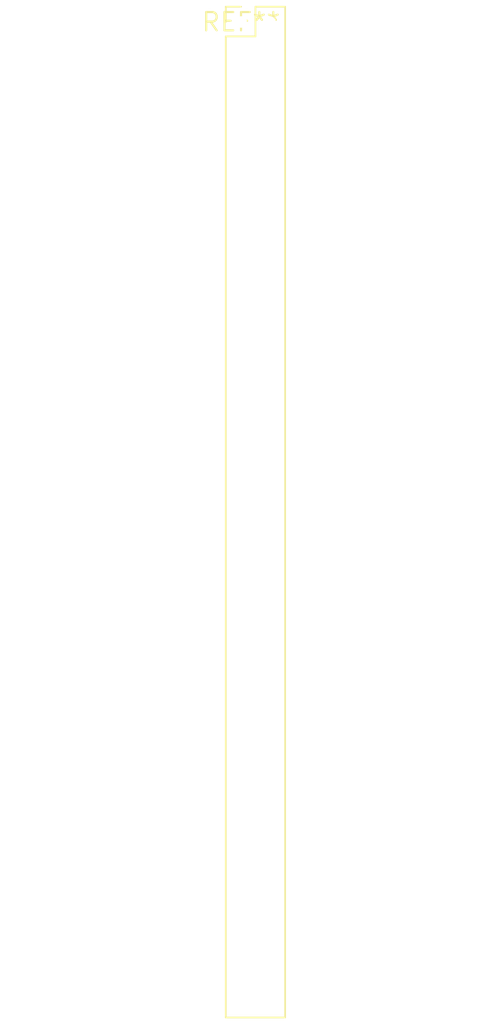
<source format=kicad_pcb>
(kicad_pcb (version 20240108) (generator pcbnew)
  (layers (0 "F.Cu" signal) (31 "B.Cu" signal) (34 "B.Paste" user) (35 "F.Paste" user) (36 "B.SilkS" user "B.Silkscreen") (37 "F.SilkS" user "F.Silkscreen") (38 "B.Mask" user) (39 "F.Mask" user) (44 "Edge.Cuts" user))
  (net 0 "")
  (footprint "PinHeader_2x35_P2.00mm_Vertical" (layer "F.Cu") (at 0 0)
    (property "Reference" "REF**")
    (property "Value" "PinHeader_2x35_P2.00mm_Vertical")
    (fp_line (start -1.06 -1.06) (end 0 -1.06) (layer "F.SilkS") (stroke (width 0.12)))
    (fp_line (start -1.06 0) (end -1.06 -1.06) (layer "F.SilkS") (stroke (width 0.12)))
    (fp_line (start -1.06 1) (end -1.06 69.06) (layer "F.SilkS") (stroke (width 0.12)))
    (fp_line (start -1.06 1) (end 1 1) (layer "F.SilkS") (stroke (width 0.12)))
    (fp_line (start -1.06 69.06) (end 3.06 69.06) (layer "F.SilkS") (stroke (width 0.12)))
    (fp_line (start 1 -1.06) (end 3.06 -1.06) (layer "F.SilkS") (stroke (width 0.12)))
    (fp_line (start 1 1) (end 1 -1.06) (layer "F.SilkS") (stroke (width 0.12)))
    (fp_line (start 3.06 -1.06) (end 3.06 69.06) (layer "F.SilkS") (stroke (width 0.12)))
    (pad "1" thru_hole rect (at 0 0) (size 1.35 1.35) (drill 0.8) (layers *.Cu *.Mask) (remove_unused_layers))
    (pad "2" thru_hole oval (at 2 0) (size 1.35 1.35) (drill 0.8) (layers *.Cu *.Mask) (remove_unused_layers))
    (pad "3" thru_hole oval (at 0 2) (size 1.35 1.35) (drill 0.8) (layers *.Cu *.Mask) (remove_unused_layers))
    (pad "4" thru_hole oval (at 2 2) (size 1.35 1.35) (drill 0.8) (layers *.Cu *.Mask) (remove_unused_layers))
    (pad "5" thru_hole oval (at 0 4) (size 1.35 1.35) (drill 0.8) (layers *.Cu *.Mask) (remove_unused_layers))
    (pad "6" thru_hole oval (at 2 4) (size 1.35 1.35) (drill 0.8) (layers *.Cu *.Mask) (remove_unused_layers))
    (pad "7" thru_hole oval (at 0 6) (size 1.35 1.35) (drill 0.8) (layers *.Cu *.Mask) (remove_unused_layers))
    (pad "8" thru_hole oval (at 2 6) (size 1.35 1.35) (drill 0.8) (layers *.Cu *.Mask) (remove_unused_layers))
    (pad "9" thru_hole oval (at 0 8) (size 1.35 1.35) (drill 0.8) (layers *.Cu *.Mask) (remove_unused_layers))
    (pad "10" thru_hole oval (at 2 8) (size 1.35 1.35) (drill 0.8) (layers *.Cu *.Mask) (remove_unused_layers))
    (pad "11" thru_hole oval (at 0 10) (size 1.35 1.35) (drill 0.8) (layers *.Cu *.Mask) (remove_unused_layers))
    (pad "12" thru_hole oval (at 2 10) (size 1.35 1.35) (drill 0.8) (layers *.Cu *.Mask) (remove_unused_layers))
    (pad "13" thru_hole oval (at 0 12) (size 1.35 1.35) (drill 0.8) (layers *.Cu *.Mask) (remove_unused_layers))
    (pad "14" thru_hole oval (at 2 12) (size 1.35 1.35) (drill 0.8) (layers *.Cu *.Mask) (remove_unused_layers))
    (pad "15" thru_hole oval (at 0 14) (size 1.35 1.35) (drill 0.8) (layers *.Cu *.Mask) (remove_unused_layers))
    (pad "16" thru_hole oval (at 2 14) (size 1.35 1.35) (drill 0.8) (layers *.Cu *.Mask) (remove_unused_layers))
    (pad "17" thru_hole oval (at 0 16) (size 1.35 1.35) (drill 0.8) (layers *.Cu *.Mask) (remove_unused_layers))
    (pad "18" thru_hole oval (at 2 16) (size 1.35 1.35) (drill 0.8) (layers *.Cu *.Mask) (remove_unused_layers))
    (pad "19" thru_hole oval (at 0 18) (size 1.35 1.35) (drill 0.8) (layers *.Cu *.Mask) (remove_unused_layers))
    (pad "20" thru_hole oval (at 2 18) (size 1.35 1.35) (drill 0.8) (layers *.Cu *.Mask) (remove_unused_layers))
    (pad "21" thru_hole oval (at 0 20) (size 1.35 1.35) (drill 0.8) (layers *.Cu *.Mask) (remove_unused_layers))
    (pad "22" thru_hole oval (at 2 20) (size 1.35 1.35) (drill 0.8) (layers *.Cu *.Mask) (remove_unused_layers))
    (pad "23" thru_hole oval (at 0 22) (size 1.35 1.35) (drill 0.8) (layers *.Cu *.Mask) (remove_unused_layers))
    (pad "24" thru_hole oval (at 2 22) (size 1.35 1.35) (drill 0.8) (layers *.Cu *.Mask) (remove_unused_layers))
    (pad "25" thru_hole oval (at 0 24) (size 1.35 1.35) (drill 0.8) (layers *.Cu *.Mask) (remove_unused_layers))
    (pad "26" thru_hole oval (at 2 24) (size 1.35 1.35) (drill 0.8) (layers *.Cu *.Mask) (remove_unused_layers))
    (pad "27" thru_hole oval (at 0 26) (size 1.35 1.35) (drill 0.8) (layers *.Cu *.Mask) (remove_unused_layers))
    (pad "28" thru_hole oval (at 2 26) (size 1.35 1.35) (drill 0.8) (layers *.Cu *.Mask) (remove_unused_layers))
    (pad "29" thru_hole oval (at 0 28) (size 1.35 1.35) (drill 0.8) (layers *.Cu *.Mask) (remove_unused_layers))
    (pad "30" thru_hole oval (at 2 28) (size 1.35 1.35) (drill 0.8) (layers *.Cu *.Mask) (remove_unused_layers))
    (pad "31" thru_hole oval (at 0 30) (size 1.35 1.35) (drill 0.8) (layers *.Cu *.Mask) (remove_unused_layers))
    (pad "32" thru_hole oval (at 2 30) (size 1.35 1.35) (drill 0.8) (layers *.Cu *.Mask) (remove_unused_layers))
    (pad "33" thru_hole oval (at 0 32) (size 1.35 1.35) (drill 0.8) (layers *.Cu *.Mask) (remove_unused_layers))
    (pad "34" thru_hole oval (at 2 32) (size 1.35 1.35) (drill 0.8) (layers *.Cu *.Mask) (remove_unused_layers))
    (pad "35" thru_hole oval (at 0 34) (size 1.35 1.35) (drill 0.8) (layers *.Cu *.Mask) (remove_unused_layers))
    (pad "36" thru_hole oval (at 2 34) (size 1.35 1.35) (drill 0.8) (layers *.Cu *.Mask) (remove_unused_layers))
    (pad "37" thru_hole oval (at 0 36) (size 1.35 1.35) (drill 0.8) (layers *.Cu *.Mask) (remove_unused_layers))
    (pad "38" thru_hole oval (at 2 36) (size 1.35 1.35) (drill 0.8) (layers *.Cu *.Mask) (remove_unused_layers))
    (pad "39" thru_hole oval (at 0 38) (size 1.35 1.35) (drill 0.8) (layers *.Cu *.Mask) (remove_unused_layers))
    (pad "40" thru_hole oval (at 2 38) (size 1.35 1.35) (drill 0.8) (layers *.Cu *.Mask) (remove_unused_layers))
    (pad "41" thru_hole oval (at 0 40) (size 1.35 1.35) (drill 0.8) (layers *.Cu *.Mask) (remove_unused_layers))
    (pad "42" thru_hole oval (at 2 40) (size 1.35 1.35) (drill 0.8) (layers *.Cu *.Mask) (remove_unused_layers))
    (pad "43" thru_hole oval (at 0 42) (size 1.35 1.35) (drill 0.8) (layers *.Cu *.Mask) (remove_unused_layers))
    (pad "44" thru_hole oval (at 2 42) (size 1.35 1.35) (drill 0.8) (layers *.Cu *.Mask) (remove_unused_layers))
    (pad "45" thru_hole oval (at 0 44) (size 1.35 1.35) (drill 0.8) (layers *.Cu *.Mask) (remove_unused_layers))
    (pad "46" thru_hole oval (at 2 44) (size 1.35 1.35) (drill 0.8) (layers *.Cu *.Mask) (remove_unused_layers))
    (pad "47" thru_hole oval (at 0 46) (size 1.35 1.35) (drill 0.8) (layers *.Cu *.Mask) (remove_unused_layers))
    (pad "48" thru_hole oval (at 2 46) (size 1.35 1.35) (drill 0.8) (layers *.Cu *.Mask) (remove_unused_layers))
    (pad "49" thru_hole oval (at 0 48) (size 1.35 1.35) (drill 0.8) (layers *.Cu *.Mask) (remove_unused_layers))
    (pad "50" thru_hole oval (at 2 48) (size 1.35 1.35) (drill 0.8) (layers *.Cu *.Mask) (remove_unused_layers))
    (pad "51" thru_hole oval (at 0 50) (size 1.35 1.35) (drill 0.8) (layers *.Cu *.Mask) (remove_unused_layers))
    (pad "52" thru_hole oval (at 2 50) (size 1.35 1.35) (drill 0.8) (layers *.Cu *.Mask) (remove_unused_layers))
    (pad "53" thru_hole oval (at 0 52) (size 1.35 1.35) (drill 0.8) (layers *.Cu *.Mask) (remove_unused_layers))
    (pad "54" thru_hole oval (at 2 52) (size 1.35 1.35) (drill 0.8) (layers *.Cu *.Mask) (remove_unused_layers))
    (pad "55" thru_hole oval (at 0 54) (size 1.35 1.35) (drill 0.8) (layers *.Cu *.Mask) (remove_unused_layers))
    (pad "56" thru_hole oval (at 2 54) (size 1.35 1.35) (drill 0.8) (layers *.Cu *.Mask) (remove_unused_layers))
    (pad "57" thru_hole oval (at 0 56) (size 1.35 1.35) (drill 0.8) (layers *.Cu *.Mask) (remove_unused_layers))
    (pad "58" thru_hole oval (at 2 56) (size 1.35 1.35) (drill 0.8) (layers *.Cu *.Mask) (remove_unused_layers))
    (pad "59" thru_hole oval (at 0 58) (size 1.35 1.35) (drill 0.8) (layers *.Cu *.Mask) (remove_unused_layers))
    (pad "60" thru_hole oval (at 2 58) (size 1.35 1.35) (drill 0.8) (layers *.Cu *.Mask) (remove_unused_layers))
    (pad "61" thru_hole oval (at 0 60) (size 1.35 1.35) (drill 0.8) (layers *.Cu *.Mask) (remove_unused_layers))
    (pad "62" thru_hole oval (at 2 60) (size 1.35 1.35) (drill 0.8) (layers *.Cu *.Mask) (remove_unused_layers))
    (pad "63" thru_hole oval (at 0 62) (size 1.35 1.35) (drill 0.8) (layers *.Cu *.Mask) (remove_unused_layers))
    (pad "64" thru_hole oval (at 2 62) (size 1.35 1.35) (drill 0.8) (layers *.Cu *.Mask) (remove_unused_layers))
    (pad "65" thru_hole oval (at 0 64) (size 1.35 1.35) (drill 0.8) (layers *.Cu *.Mask) (remove_unused_layers))
    (pad "66" thru_hole oval (at 2 64) (size 1.35 1.35) (drill 0.8) (layers *.Cu *.Mask) (remove_unused_layers))
    (pad "67" thru_hole oval (at 0 66) (size 1.35 1.35) (drill 0.8) (layers *.Cu *.Mask) (remove_unused_layers))
    (pad "68" thru_hole oval (at 2 66) (size 1.35 1.35) (drill 0.8) (layers *.Cu *.Mask) (remove_unused_layers))
    (pad "69" thru_hole oval (at 0 68) (size 1.35 1.35) (drill 0.8) (layers *.Cu *.Mask) (remove_unused_layers))
    (pad "70" thru_hole oval (at 2 68) (size 1.35 1.35) (drill 0.8) (layers *.Cu *.Mask) (remove_unused_layers))
  )
)
</source>
